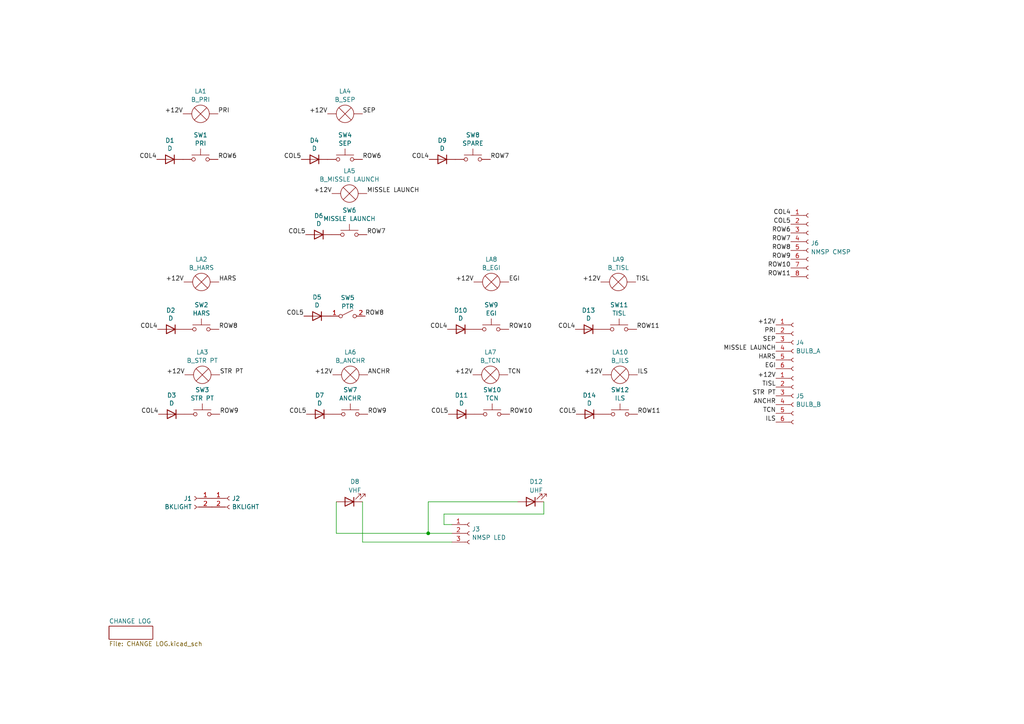
<source format=kicad_sch>
(kicad_sch (version 20231120) (generator "eeschema") (generator_version "8.0")
  (paper "A4")
  (lib_symbols
    (symbol "Connector:Conn_01x02_Socket" (pin_names (offset 1.016) hide)
      (property "Reference" "J" (at 0 2.54 0))
      (property "Value" "Conn_01x02_Socket" (at 0 -5.08 0))
      (symbol "Conn_01x02_Socket_1_1"
        (arc (start 0 -2.032) (mid -0.5058 -2.54) (end 0 -3.048) (stroke (width 0.1524)))
        (polyline (pts (xy -1.27 -2.54) (xy -0.508 -2.54)) (stroke (width 0.1524)))
        (polyline (pts (xy -1.27 0) (xy -0.508 0)) (stroke (width 0.1524)))
        (arc (start 0 0.508) (mid -0.5058 0) (end 0 -0.508) (stroke (width 0.1524)))
        (pin passive line (at -5.08 0 0) (length 3.81) (name "Pin_1") (number "1"))
        (pin passive line (at -5.08 -2.54 0) (length 3.81) (name "Pin_2") (number "2"))
      )
    )
    (symbol "Connector:Conn_01x03_Socket" (pin_names (offset 1.016) hide)
      (property "Reference" "J" (at 0 5.08 0))
      (property "Value" "Conn_01x03_Socket" (at 0 -5.08 0))
      (symbol "Conn_01x03_Socket_1_1"
        (arc (start 0 -2.032) (mid -0.5058 -2.54) (end 0 -3.048) (stroke (width 0.1524)))
        (polyline (pts (xy -1.27 -2.54) (xy -0.508 -2.54)) (stroke (width 0.1524)))
        (polyline (pts (xy -1.27 0) (xy -0.508 0)) (stroke (width 0.1524)))
        (polyline (pts (xy -1.27 2.54) (xy -0.508 2.54)) (stroke (width 0.1524)))
        (arc (start 0 0.508) (mid -0.5058 0) (end 0 -0.508) (stroke (width 0.1524)))
        (arc (start 0 3.048) (mid -0.5058 2.54) (end 0 2.032) (stroke (width 0.1524)))
        (pin passive line (at -5.08 2.54 0) (length 3.81) (name "Pin_1") (number "1"))
        (pin passive line (at -5.08 0 0) (length 3.81) (name "Pin_2") (number "2"))
        (pin passive line (at -5.08 -2.54 0) (length 3.81) (name "Pin_3") (number "3"))
      )
    )
    (symbol "Connector:Conn_01x06_Socket" (pin_names (offset 1.016) hide)
      (property "Reference" "J" (at 0 7.62 0))
      (property "Value" "Conn_01x06_Socket" (at 0 -10.16 0))
      (symbol "Conn_01x06_Socket_1_1"
        (arc (start 0 -7.112) (mid -0.5058 -7.62) (end 0 -8.128) (stroke (width 0.1524)))
        (arc (start 0 -4.572) (mid -0.5058 -5.08) (end 0 -5.588) (stroke (width 0.1524)))
        (arc (start 0 -2.032) (mid -0.5058 -2.54) (end 0 -3.048) (stroke (width 0.1524)))
        (polyline (pts (xy -1.27 -7.62) (xy -0.508 -7.62)) (stroke (width 0.1524)))
        (polyline (pts (xy -1.27 -5.08) (xy -0.508 -5.08)) (stroke (width 0.1524)))
        (polyline (pts (xy -1.27 -2.54) (xy -0.508 -2.54)) (stroke (width 0.1524)))
        (polyline (pts (xy -1.27 0) (xy -0.508 0)) (stroke (width 0.1524)))
        (polyline (pts (xy -1.27 2.54) (xy -0.508 2.54)) (stroke (width 0.1524)))
        (polyline (pts (xy -1.27 5.08) (xy -0.508 5.08)) (stroke (width 0.1524)))
        (arc (start 0 0.508) (mid -0.5058 0) (end 0 -0.508) (stroke (width 0.1524)))
        (arc (start 0 3.048) (mid -0.5058 2.54) (end 0 2.032) (stroke (width 0.1524)))
        (arc (start 0 5.588) (mid -0.5058 5.08) (end 0 4.572) (stroke (width 0.1524)))
        (pin passive line (at -5.08 5.08 0) (length 3.81) (name "Pin_1") (number "1"))
        (pin passive line (at -5.08 2.54 0) (length 3.81) (name "Pin_2") (number "2"))
        (pin passive line (at -5.08 0 0) (length 3.81) (name "Pin_3") (number "3"))
        (pin passive line (at -5.08 -2.54 0) (length 3.81) (name "Pin_4") (number "4"))
        (pin passive line (at -5.08 -5.08 0) (length 3.81) (name "Pin_5") (number "5"))
        (pin passive line (at -5.08 -7.62 0) (length 3.81) (name "Pin_6") (number "6"))
      )
    )
    (symbol "Connector:Conn_01x08_Female" (pin_names (offset 1.016) hide)
      (property "Reference" "J" (at 0 10.16 0))
      (property "Value" "Conn_01x08_Female" (at 0 -12.7 0))
      (symbol "Conn_01x08_Female_1_1"
        (arc (start 0 -9.652) (mid -0.5058 -10.16) (end 0 -10.668) (stroke (width 0.1524)))
        (arc (start 0 -7.112) (mid -0.5058 -7.62) (end 0 -8.128) (stroke (width 0.1524)))
        (arc (start 0 -4.572) (mid -0.5058 -5.08) (end 0 -5.588) (stroke (width 0.1524)))
        (arc (start 0 -2.032) (mid -0.5058 -2.54) (end 0 -3.048) (stroke (width 0.1524)))
        (polyline (pts (xy -1.27 -10.16) (xy -0.508 -10.16)) (stroke (width 0.1524)))
        (polyline (pts (xy -1.27 -7.62) (xy -0.508 -7.62)) (stroke (width 0.1524)))
        (polyline (pts (xy -1.27 -5.08) (xy -0.508 -5.08)) (stroke (width 0.1524)))
        (polyline (pts (xy -1.27 -2.54) (xy -0.508 -2.54)) (stroke (width 0.1524)))
        (polyline (pts (xy -1.27 0) (xy -0.508 0)) (stroke (width 0.1524)))
        (polyline (pts (xy -1.27 2.54) (xy -0.508 2.54)) (stroke (width 0.1524)))
        (polyline (pts (xy -1.27 5.08) (xy -0.508 5.08)) (stroke (width 0.1524)))
        (polyline (pts (xy -1.27 7.62) (xy -0.508 7.62)) (stroke (width 0.1524)))
        (arc (start 0 0.508) (mid -0.5058 0) (end 0 -0.508) (stroke (width 0.1524)))
        (arc (start 0 3.048) (mid -0.5058 2.54) (end 0 2.032) (stroke (width 0.1524)))
        (arc (start 0 5.588) (mid -0.5058 5.08) (end 0 4.572) (stroke (width 0.1524)))
        (arc (start 0 8.128) (mid -0.5058 7.62) (end 0 7.112) (stroke (width 0.1524)))
        (pin passive line (at -5.08 7.62 0) (length 3.81) (name "Pin_1") (number "1"))
        (pin passive line (at -5.08 5.08 0) (length 3.81) (name "Pin_2") (number "2"))
        (pin passive line (at -5.08 2.54 0) (length 3.81) (name "Pin_3") (number "3"))
        (pin passive line (at -5.08 0 0) (length 3.81) (name "Pin_4") (number "4"))
        (pin passive line (at -5.08 -2.54 0) (length 3.81) (name "Pin_5") (number "5"))
        (pin passive line (at -5.08 -5.08 0) (length 3.81) (name "Pin_6") (number "6"))
        (pin passive line (at -5.08 -7.62 0) (length 3.81) (name "Pin_7") (number "7"))
        (pin passive line (at -5.08 -10.16 0) (length 3.81) (name "Pin_8") (number "8"))
      )
    )
    (symbol "Device:D" (pin_numbers hide) (pin_names (offset 1.016) hide)
      (property "Reference" "D" (at 0 2.54 0))
      (property "Value" "D" (at 0 -2.54 0))
      (symbol "D_0_1"
        (polyline (pts (xy -1.27 1.27) (xy -1.27 -1.27)) (stroke (width 0.254)))
        (polyline (pts (xy 1.27 0) (xy -1.27 0)))
        (polyline (pts (xy 1.27 1.27) (xy 1.27 -1.27) (xy -1.27 0) (xy 1.27 1.27)) (stroke (width 0.254)))
      )
      (symbol "D_1_1"
        (pin passive line (at -3.81 0 0) (length 2.54) (name "K") (number "1"))
        (pin passive line (at 3.81 0 180) (length 2.54) (name "A") (number "2"))
      )
    )
    (symbol "Device:LED" (pin_numbers hide) (pin_names (offset 1.016) hide)
      (property "Reference" "D" (at 0 2.54 0))
      (property "Value" "LED" (at 0 -2.54 0))
      (symbol "LED_0_1"
        (polyline (pts (xy -1.27 -1.27) (xy -1.27 1.27)) (stroke (width 0.254)))
        (polyline (pts (xy -1.27 0) (xy 1.27 0)))
        (polyline (pts (xy 1.27 -1.27) (xy 1.27 1.27) (xy -1.27 0) (xy 1.27 -1.27)) (stroke (width 0.254)))
        (polyline (pts (xy -3.048 -0.762) (xy -4.572 -2.286) (xy -3.81 -2.286) (xy -4.572 -2.286) (xy -4.572 -1.524)))
        (polyline (pts (xy -1.778 -0.762) (xy -3.302 -2.286) (xy -2.54 -2.286) (xy -3.302 -2.286) (xy -3.302 -1.524)))
      )
      (symbol "LED_1_1"
        (pin passive line (at -3.81 0 0) (length 2.54) (name "K") (number "1"))
        (pin passive line (at 3.81 0 180) (length 2.54) (name "A") (number "2"))
      )
    )
    (symbol "Device:Lamp" (pin_numbers hide) (pin_names (offset 0.0254) hide)
      (property "Reference" "LA" (at 0.635 3.81 0))
      (property "Value" "Lamp" (at 0.635 -3.81 0))
      (symbol "Lamp_0_1"
        (polyline (pts (xy -1.778 1.778) (xy 1.778 -1.778)))
        (polyline (pts (xy 1.778 1.778) (xy -1.778 -1.778)))
        (circle (center 0 0) (radius 2.54))
      )
      (symbol "Lamp_1_1"
        (pin passive line (at 0 -5.08 90) (length 2.54) (name "-") (number "1"))
        (pin passive line (at 0 5.08 270) (length 2.54) (name "+") (number "2"))
      )
    )
    (symbol "Switch:SW_Push" (pin_numbers hide) (pin_names (offset 1.016) hide)
      (property "Reference" "SW" (at 1.27 2.54 0))
      (property "Value" "SW_Push" (at 0 -1.524 0))
      (symbol "SW_Push_0_1"
        (circle (center -2.032 0) (radius 0.508))
        (polyline (pts (xy 0 1.27) (xy 0 3.048)))
        (polyline (pts (xy 2.54 1.27) (xy -2.54 1.27)))
        (circle (center 2.032 0) (radius 0.508))
        (pin passive line (at -5.08 0 0) (length 2.54) (name "1") (number "1"))
        (pin passive line (at 5.08 0 180) (length 2.54) (name "2") (number "2"))
      )
    )
    (symbol "Switch:SW_SPST" (pin_names (offset 0) hide)
      (property "Reference" "SW" (at 0 3.175 0))
      (property "Value" "SW_SPST" (at 0 -2.54 0))
      (symbol "SW_SPST_0_0"
        (circle (center -2.032 0) (radius 0.508))
        (polyline (pts (xy -1.524 0.254) (xy 1.524 1.778)))
        (circle (center 2.032 0) (radius 0.508))
      )
      (symbol "SW_SPST_1_1"
        (pin passive line (at -5.08 0 0) (length 2.54) (name "A") (number "1"))
        (pin passive line (at 5.08 0 180) (length 2.54) (name "B") (number "2"))
      )
    )
  )
  (junction (at 124.206 154.686))
  (wire (pts (xy 97.536 145.542) (xy 97.536 154.686)))
  (wire (pts (xy 97.536 154.686) (xy 124.206 154.686)))
  (wire (pts (xy 124.206 154.686) (xy 131.064 154.686)))
  (wire (pts (xy 157.734 145.542) (xy 157.734 149.098)))
  (wire (pts (xy 124.206 145.542) (xy 124.206 154.686)))
  (wire (pts (xy 128.778 152.146) (xy 131.064 152.146)))
  (wire (pts (xy 105.156 157.226) (xy 131.064 157.226)))
  (wire (pts (xy 128.778 149.098) (xy 128.778 152.146)))
  (wire (pts (xy 157.734 149.098) (xy 128.778 149.098)))
  (wire (pts (xy 105.156 145.542) (xy 105.156 157.226)))
  (wire (pts (xy 150.114 145.542) (xy 124.206 145.542)))
  (label "ROW7" (at 229.362 70.104 180))
  (label "ROW11" (at 184.658 95.504 0))
  (label "TCN" (at 147.32 108.712 0))
  (label "COL4" (at 229.362 62.484 180))
  (label "MISSLE LAUNCH" (at 106.426 56.134 0))
  (label "+12V" (at 53.086 33.02 180))
  (label "ROW8" (at 105.918 91.694 0))
  (label "EGI" (at 147.574 81.788 0))
  (label "+12V" (at 225.044 94.234 180))
  (label "ROW10" (at 229.362 77.724 180))
  (label "COL5" (at 167.132 120.142 180))
  (label "ROW8" (at 63.5 95.504 0))
  (label "STR PT" (at 225.044 114.808 180))
  (label "+12V" (at 225.044 109.728 180))
  (label "TISL" (at 225.044 112.268 180))
  (label "ROW6" (at 63.246 46.228 0))
  (label "COL4" (at 45.72 95.504 180))
  (label "+12V" (at 137.16 108.712 180))
  (label "COL5" (at 229.362 65.024 180))
  (label "ROW7" (at 106.426 68.072 0))
  (label "+12V" (at 96.52 108.712 180))
  (label "COL5" (at 88.138 91.694 180))
  (label "ROW10" (at 147.828 120.142 0))
  (label "ROW7" (at 142.24 46.228 0))
  (label "ILS" (at 184.912 108.712 0))
  (label "SEP" (at 225.044 99.314 180))
  (label "+12V" (at 96.266 56.134 180))
  (label "TCN" (at 225.044 119.888 180))
  (label "+12V" (at 53.34 81.788 180))
  (label "PRI" (at 225.044 96.774 180))
  (label "SEP" (at 105.156 33.02 0))
  (label "TISL" (at 184.404 81.788 0))
  (label "ROW10" (at 147.574 95.504 0))
  (label "COL5" (at 130.048 120.142 180))
  (label "ROW11" (at 229.362 80.264 180))
  (label "+12V" (at 53.594 108.712 180))
  (label "PRI" (at 63.246 33.02 0))
  (label "ROW9" (at 106.68 120.142 0))
  (label "COL4" (at 124.46 46.228 180))
  (label "ROW6" (at 105.156 46.228 0))
  (label "COL4" (at 166.878 95.504 180))
  (label "ROW9" (at 229.362 75.184 180))
  (label "ILS" (at 225.044 122.428 180))
  (label "ROW9" (at 63.754 120.142 0))
  (label "+12V" (at 174.244 81.788 180))
  (label "+12V" (at 174.752 108.712 180))
  (label "ANCHR" (at 225.044 117.348 180))
  (label "COL5" (at 88.9 120.142 180))
  (label "EGI" (at 225.044 106.934 180))
  (label "ROW6" (at 229.362 67.564 180))
  (label "STR PT" (at 63.754 108.712 0))
  (label "ROW11" (at 184.912 120.142 0))
  (label "COL5" (at 87.376 46.228 180))
  (label "COL4" (at 45.466 46.228 180))
  (label "+12V" (at 94.996 33.02 180))
  (label "HARS" (at 63.5 81.788 0))
  (label "MISSLE LAUNCH" (at 225.044 101.854 180))
  (label "+12V" (at 137.414 81.788 180))
  (label "COL5" (at 88.646 68.072 180))
  (label "HARS" (at 225.044 104.394 180))
  (label "ANCHR" (at 106.68 108.712 0))
  (label "ROW8" (at 229.362 72.644 180))
  (label "COL4" (at 45.974 120.142 180))
  (label "COL4" (at 129.794 95.504 180))
  (symbol (lib_id "Device:D") (at 133.604 95.504 0) (mirror y) (unit 1)
    (property "Reference" "D10" (at 133.604 90.0176 0))
    (property "Value" "D" (at 133.604 92.329 0))
    (property "Footprint" "Diode_THT:D_A-405_P2.54mm_Vertical_AnodeUp" (effects (hide yes)))
  )
  (symbol (lib_id "Device:Lamp") (at 142.494 81.788 90) (unit 1)
    (property "Reference" "LA8" (at 142.494 75.2307 90))
    (property "Value" "B_EGI" (at 142.494 77.6549 90))
    (property "Footprint" "Connector_Molex:Molex_KK-254_AE-6410-02A_1x02_P2.54mm_Vertical" (effects (hide yes)))
  )
  (symbol (lib_id "Connector:Conn_01x03_Socket") (at 136.144 154.686 0) (unit 1)
    (property "Reference" "J3" (at 136.8552 153.4739 0) (effects (justify left)))
    (property "Value" "NMSP LED" (at 136.8552 155.8981 0) (effects (justify left)))
    (property "Footprint" "Connector_Molex:Molex_KK-254_AE-6410-03A_1x03_P2.54mm_Vertical" (effects (hide yes)))
  )
  (symbol (lib_id "Device:Lamp") (at 142.24 108.712 90) (unit 1)
    (property "Reference" "LA7" (at 142.24 102.1547 90))
    (property "Value" "B_TCN" (at 142.24 104.5789 90))
    (property "Footprint" "Connector_Molex:Molex_KK-254_AE-6410-02A_1x02_P2.54mm_Vertical" (effects (hide yes)))
  )
  (symbol (lib_id "Device:Lamp") (at 101.6 108.712 90) (unit 1)
    (property "Reference" "LA6" (at 101.6 102.1547 90))
    (property "Value" "B_ANCHR" (at 101.6 104.5789 90))
    (property "Footprint" "Connector_Molex:Molex_KK-254_AE-6410-02A_1x02_P2.54mm_Vertical" (effects (hide yes)))
  )
  (symbol (lib_id "Switch:SW_Push") (at 100.076 46.228 0) (unit 1)
    (property "Reference" "SW4" (at 100.076 39.1627 0))
    (property "Value" "SEP" (at 100.076 41.5869 0))
    (property "Footprint" "Connector_Molex:Molex_KK-254_AE-6410-02A_1x02_P2.54mm_Vertical" (effects (hide yes)))
  )
  (symbol (lib_id "Device:D") (at 49.784 120.142 0) (mirror y) (unit 1)
    (property "Reference" "D3" (at 49.784 114.6556 0))
    (property "Value" "D" (at 49.784 116.967 0))
    (property "Footprint" "Diode_THT:D_A-405_P2.54mm_Vertical_AnodeUp" (effects (hide yes)))
  )
  (symbol (lib_id "Device:Lamp") (at 179.324 81.788 90) (unit 1)
    (property "Reference" "LA9" (at 179.324 75.2307 90))
    (property "Value" "B_TISL" (at 179.324 77.6549 90))
    (property "Footprint" "Connector_Molex:Molex_KK-254_AE-6410-02A_1x02_P2.54mm_Vertical" (effects (hide yes)))
  )
  (symbol (lib_id "Device:Lamp") (at 179.832 108.712 90) (unit 1)
    (property "Reference" "LA10" (at 179.832 102.1547 90))
    (property "Value" "B_ILS" (at 179.832 104.5789 90))
    (property "Footprint" "Connector_Molex:Molex_KK-254_AE-6410-02A_1x02_P2.54mm_Vertical" (effects (hide yes)))
  )
  (symbol (lib_id "Switch:SW_Push") (at 101.346 68.072 0) (unit 1)
    (property "Reference" "SW6" (at 101.346 61.0067 0))
    (property "Value" "MISSLE LAUNCH" (at 101.346 63.4309 0))
    (property "Footprint" "Connector_Molex:Molex_KK-254_AE-6410-02A_1x02_P2.54mm_Vertical" (effects (hide yes)))
  )
  (symbol (lib_id "Device:D") (at 92.71 120.142 0) (mirror y) (unit 1)
    (property "Reference" "D7" (at 92.71 114.6556 0))
    (property "Value" "D" (at 92.71 116.967 0))
    (property "Footprint" "Diode_THT:D_A-405_P2.54mm_Vertical_AnodeUp" (effects (hide yes)))
  )
  (symbol (lib_id "Switch:SW_Push") (at 101.6 120.142 0) (unit 1)
    (property "Reference" "SW7" (at 101.6 113.0767 0))
    (property "Value" "ANCHR" (at 101.6 115.5009 0))
    (property "Footprint" "Connector_Molex:Molex_KK-254_AE-6410-02A_1x02_P2.54mm_Vertical" (effects (hide yes)))
  )
  (symbol (lib_id "Connector:Conn_01x08_Female") (at 234.442 70.104 0) (unit 1)
    (property "Reference" "J6" (at 235.1532 70.5393 0) (effects (justify left)))
    (property "Value" "NMSP CMSP" (at 235.1532 73.0762 0) (effects (justify left)))
    (property "Footprint" "Connector_Molex:Molex_KK-254_AE-6410-08A_1x08_P2.54mm_Vertical" (effects (hide yes)))
  )
  (symbol (lib_id "Connector:Conn_01x06_Socket") (at 230.124 99.314 0) (unit 1)
    (property "Reference" "J4" (at 230.8352 99.3719 0) (effects (justify left)))
    (property "Value" "BULB_A" (at 230.8352 101.7961 0) (effects (justify left)))
    (property "Footprint" "Connector_Molex:Molex_KK-254_AE-6410-06A_1x06_P2.54mm_Vertical" (effects (hide yes)))
  )
  (symbol (lib_id "Device:D") (at 128.27 46.228 0) (mirror y) (unit 1)
    (property "Reference" "D9" (at 128.27 40.7416 0))
    (property "Value" "D" (at 128.27 43.053 0))
    (property "Footprint" "Diode_THT:D_A-405_P2.54mm_Vertical_AnodeUp" (effects (hide yes)))
  )
  (symbol (lib_id "Switch:SW_SPST") (at 100.838 91.694 0) (unit 1)
    (property "Reference" "SW5" (at 100.838 86.3432 0))
    (property "Value" "PTR" (at 100.838 88.8801 0))
    (property "Footprint" "Connector_Molex:Molex_KK-254_AE-6410-02A_1x02_P2.54mm_Vertical" (effects (hide yes)))
  )
  (symbol (lib_id "Switch:SW_Push") (at 58.674 120.142 0) (unit 1)
    (property "Reference" "SW3" (at 58.674 113.0767 0))
    (property "Value" "STR PT" (at 58.674 115.5009 0))
    (property "Footprint" "Connector_Molex:Molex_KK-254_AE-6410-02A_1x02_P2.54mm_Vertical" (effects (hide yes)))
  )
  (symbol (lib_id "Connector:Conn_01x02_Socket") (at 66.548 144.526 0) (unit 1)
    (property "Reference" "J2" (at 67.2592 144.5839 0) (effects (justify left)))
    (property "Value" "BKLIGHT" (at 67.2592 147.0081 0) (effects (justify left)))
    (property "Footprint" "Connector_Molex:Molex_KK-254_AE-6410-02A_1x02_P2.54mm_Vertical" (effects (hide yes)))
  )
  (symbol (lib_id "Switch:SW_Push") (at 142.748 120.142 0) (unit 1)
    (property "Reference" "SW10" (at 142.748 113.0767 0))
    (property "Value" "TCN" (at 142.748 115.5009 0))
    (property "Footprint" "Connector_Molex:Molex_KK-254_AE-6410-02A_1x02_P2.54mm_Vertical" (effects (hide yes)))
  )
  (symbol (lib_id "Device:D") (at 133.858 120.142 0) (mirror y) (unit 1)
    (property "Reference" "D11" (at 133.858 114.6556 0))
    (property "Value" "D" (at 133.858 116.967 0))
    (property "Footprint" "Diode_THT:D_A-405_P2.54mm_Vertical_AnodeUp" (effects (hide yes)))
  )
  (symbol (lib_id "Device:D") (at 170.942 120.142 0) (mirror y) (unit 1)
    (property "Reference" "D14" (at 170.942 114.6556 0))
    (property "Value" "D" (at 170.942 116.967 0))
    (property "Footprint" "Diode_THT:D_A-405_P2.54mm_Vertical_AnodeUp" (effects (hide yes)))
  )
  (symbol (lib_id "Switch:SW_Push") (at 58.166 46.228 0) (unit 1)
    (property "Reference" "SW1" (at 58.166 39.1627 0))
    (property "Value" "PRI" (at 58.166 41.5869 0))
    (property "Footprint" "Connector_Molex:Molex_KK-254_AE-6410-02A_1x02_P2.54mm_Vertical" (effects (hide yes)))
  )
  (symbol (lib_id "Device:Lamp") (at 101.346 56.134 90) (unit 1)
    (property "Reference" "LA5" (at 101.346 49.5767 90))
    (property "Value" "B_MISSLE LAUNCH" (at 101.346 52.0009 90))
    (property "Footprint" "Connector_Molex:Molex_KK-254_AE-6410-02A_1x02_P2.54mm_Vertical" (effects (hide yes)))
  )
  (symbol (lib_id "Device:D") (at 49.276 46.228 0) (mirror y) (unit 1)
    (property "Reference" "D1" (at 49.276 40.7416 0))
    (property "Value" "D" (at 49.276 43.053 0))
    (property "Footprint" "Diode_THT:D_A-405_P2.54mm_Vertical_AnodeUp" (effects (hide yes)))
  )
  (symbol (lib_id "Switch:SW_Push") (at 142.494 95.504 0) (unit 1)
    (property "Reference" "SW9" (at 142.494 88.4387 0))
    (property "Value" "EGI" (at 142.494 90.8629 0))
    (property "Footprint" "Connector_Molex:Molex_KK-254_AE-6410-02A_1x02_P2.54mm_Vertical" (effects (hide yes)))
  )
  (symbol (lib_id "Device:LED") (at 101.346 145.542 180) (unit 1)
    (property "Reference" "D8" (at 102.9335 139.6832 0))
    (property "Value" "VHF" (at 102.9335 142.2201 0))
    (property "Footprint" "Connector_Molex:Molex_KK-254_AE-6410-02A_1x02_P2.54mm_Vertical" (effects (hide yes)))
  )
  (symbol (lib_id "Device:D") (at 92.456 68.072 0) (mirror y) (unit 1)
    (property "Reference" "D6" (at 92.456 62.5856 0))
    (property "Value" "D" (at 92.456 64.897 0))
    (property "Footprint" "Diode_THT:D_A-405_P2.54mm_Vertical_AnodeUp" (effects (hide yes)))
  )
  (symbol (lib_id "Device:Lamp") (at 58.42 81.788 90) (unit 1)
    (property "Reference" "LA2" (at 58.42 75.2307 90))
    (property "Value" "B_HARS" (at 58.42 77.6549 90))
    (property "Footprint" "Connector_Molex:Molex_KK-254_AE-6410-02A_1x02_P2.54mm_Vertical" (effects (hide yes)))
  )
  (symbol (lib_id "Device:Lamp") (at 58.166 33.02 90) (unit 1)
    (property "Reference" "LA1" (at 58.166 26.4627 90))
    (property "Value" "B_PRI" (at 58.166 28.8869 90))
    (property "Footprint" "Connector_Molex:Molex_KK-254_AE-6410-02A_1x02_P2.54mm_Vertical" (effects (hide yes)))
  )
  (symbol (lib_id "Connector:Conn_01x02_Socket") (at 56.388 144.526 0) (mirror y) (unit 1)
    (property "Reference" "J1" (at 55.6768 144.5839 0) (effects (justify left)))
    (property "Value" "BKLIGHT" (at 55.6768 147.0081 0) (effects (justify left)))
    (property "Footprint" "Connector_Molex:Molex_KK-254_AE-6410-02A_1x02_P2.54mm_Vertical" (effects (hide yes)))
  )
  (symbol (lib_id "Switch:SW_Push") (at 179.578 95.504 0) (unit 1)
    (property "Reference" "SW11" (at 179.578 88.4387 0))
    (property "Value" "TISL" (at 179.578 90.8629 0))
    (property "Footprint" "Connector_Molex:Molex_KK-254_AE-6410-02A_1x02_P2.54mm_Vertical" (effects (hide yes)))
  )
  (symbol (lib_id "Device:D") (at 49.53 95.504 0) (mirror y) (unit 1)
    (property "Reference" "D2" (at 49.53 90.0176 0))
    (property "Value" "D" (at 49.53 92.329 0))
    (property "Footprint" "Diode_THT:D_A-405_P2.54mm_Vertical_AnodeUp" (effects (hide yes)))
  )
  (symbol (lib_id "Device:LED") (at 153.924 145.542 180) (unit 1)
    (property "Reference" "D12" (at 155.5115 139.6832 0))
    (property "Value" "UHF" (at 155.5115 142.2201 0))
    (property "Footprint" "Connector_Molex:Molex_KK-254_AE-6410-02A_1x02_P2.54mm_Vertical" (effects (hide yes)))
  )
  (symbol (lib_id "Device:D") (at 91.948 91.694 0) (mirror y) (unit 1)
    (property "Reference" "D5" (at 91.948 86.2076 0))
    (property "Value" "D" (at 91.948 88.519 0))
    (property "Footprint" "Diode_THT:D_A-405_P2.54mm_Vertical_AnodeUp" (effects (hide yes)))
  )
  (symbol (lib_id "Connector:Conn_01x06_Socket") (at 230.124 114.808 0) (unit 1)
    (property "Reference" "J5" (at 230.8352 114.8659 0) (effects (justify left)))
    (property "Value" "BULB_B" (at 230.8352 117.2901 0) (effects (justify left)))
    (property "Footprint" "Connector_Molex:Molex_KK-254_AE-6410-06A_1x06_P2.54mm_Vertical" (effects (hide yes)))
  )
  (symbol (lib_id "Device:D") (at 170.688 95.504 0) (mirror y) (unit 1)
    (property "Reference" "D13" (at 170.688 90.0176 0))
    (property "Value" "D" (at 170.688 92.329 0))
    (property "Footprint" "Diode_THT:D_A-405_P2.54mm_Vertical_AnodeUp" (effects (hide yes)))
  )
  (symbol (lib_id "Switch:SW_Push") (at 137.16 46.228 0) (unit 1)
    (property "Reference" "SW8" (at 137.16 39.1627 0))
    (property "Value" "SPARE" (at 137.16 41.5869 0))
    (property "Footprint" "Connector_Molex:Molex_KK-254_AE-6410-02A_1x02_P2.54mm_Vertical" (effects (hide yes)))
  )
  (symbol (lib_id "Switch:SW_Push") (at 179.832 120.142 0) (unit 1)
    (property "Reference" "SW12" (at 179.832 113.0767 0))
    (property "Value" "ILS" (at 179.832 115.5009 0))
    (property "Footprint" "Connector_Molex:Molex_KK-254_AE-6410-02A_1x02_P2.54mm_Vertical" (effects (hide yes)))
  )
  (symbol (lib_id "Device:Lamp") (at 58.674 108.712 90) (unit 1)
    (property "Reference" "LA3" (at 58.674 102.1547 90))
    (property "Value" "B_STR PT" (at 58.674 104.5789 90))
    (property "Footprint" "Connector_Molex:Molex_KK-254_AE-6410-02A_1x02_P2.54mm_Vertical" (effects (hide yes)))
  )
  (symbol (lib_id "Device:Lamp") (at 100.076 33.02 90) (unit 1)
    (property "Reference" "LA4" (at 100.076 26.4627 90))
    (property "Value" "B_SEP" (at 100.076 28.8869 90))
    (property "Footprint" "Connector_Molex:Molex_KK-254_AE-6410-02A_1x02_P2.54mm_Vertical" (effects (hide yes)))
  )
  (symbol (lib_id "Switch:SW_Push") (at 58.42 95.504 0) (unit 1)
    (property "Reference" "SW2" (at 58.42 88.4387 0))
    (property "Value" "HARS" (at 58.42 90.8629 0))
    (property "Footprint" "Connector_Molex:Molex_KK-254_AE-6410-02A_1x02_P2.54mm_Vertical" (effects (hide yes)))
  )
  (symbol (lib_id "Device:D") (at 91.186 46.228 0) (mirror y) (unit 1)
    (property "Reference" "D4" (at 91.186 40.7416 0))
    (property "Value" "D" (at 91.186 43.053 0))
    (property "Footprint" "Diode_THT:D_A-405_P2.54mm_Vertical_AnodeUp" (effects (hide yes)))
  )
  (sheet (at 31.623 181.61) (size 12.7 3.81) (stroke (width 0.1524))
    (property "Sheetname" "CHANGE LOG" (at 31.623 180.8984 0) (effects (justify left bottom)))
    (property "Sheetfile" "CHANGE LOG.kicad_sch" (at 31.623 186.0046 0) (effects (justify left top)))
  )
)
</source>
